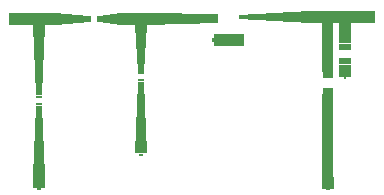
<source format=gbr>
G04 ===== Begin FILE IDENTIFICATION =====*
G04 File Format:  Gerber RS274X*
G04 ===== End FILE IDENTIFICATION =====*
%FSLAX24Y24*%
%MOMM*%
%SFA1.0000B1.0000*%
%OFA0.0B0.0*%
%ADD14R,0.202000X1.000000*%
%ADD15R,0.250000X0.530000*%
%ADD16R,1.000000X1.000000*%
%ADD17R,2.000000X1.000000*%
%ADD18R,0.530000X0.250000*%
%ADD19R,0.300000X0.150000*%
%ADD20C,0.015000*%
%ADD21R,1.000000X0.100000*%
%ADD22R,0.889000X0.584000*%
%ADD23R,0.290375X0.145188*%
%ADD24R,0.500000X1.000000*%
%ADD25R,1.000000X0.050000*%
%ADD26R,0.990000X0.622000*%
%ADD27R,2.500000X1.000000*%
%ADD28R,0.150000X0.300000*%
%ADD29C,0.000025*%
%LNcond*%
%IPPOS*%
%LPD*%
G75*
G36*
G01X348504Y-6727D02*
G01Y-16727D01*
G01X338504D01*
G01Y-6727D01*
G01X348504D01*
G37*
G36*
G01X180450Y-8400D02*
G01Y-18400D01*
G01X190450D01*
G01Y-8400D01*
G01X180450D01*
G37*
D14*
X179440Y-13400D03*
G36*
G01X168430Y-18400D02*
G01Y-8400D01*
G01X150030Y-10750D01*
G01Y-16050D01*
G01X168430Y-18400D01*
G37*
D15*
X142680Y-13400D03*
X148780D03*
G36*
G01X113930Y-8400D02*
G01Y-18400D01*
G01X141430Y-16050D01*
G01Y-10750D01*
G01X113930Y-8400D01*
G37*
D16*
X108930Y-13400D03*
G36*
G01X93930Y-8400D02*
G01Y-18400D01*
G01X103930D01*
G01Y-8400D01*
G01X93930D01*
G37*
D17*
X83930Y-13400D03*
G36*
G01X103930Y-18400D02*
G01X93930D01*
G01X96280Y-78400D01*
G01X101580D01*
G01X103930Y-18400D01*
G37*
D18*
X98930Y-79650D03*
Y-85750D03*
G36*
G01X93930Y-147000D02*
G01X103930D01*
G01X101580Y-87000D01*
G01X96280D01*
G01X93930Y-147000D01*
G37*
D16*
X98930Y-152000D03*
D19*
Y-157750D03*
D20*
Y-157000D03*
G36*
G01X190450Y-18400D02*
G01X180450D01*
G01X182800Y-58400D01*
G01X188100D01*
G01X190450Y-18400D01*
G37*
D18*
X185450Y-59650D03*
Y-65750D03*
G36*
G01X180450Y-127000D02*
G01X190450D01*
G01X188100Y-67000D01*
G01X182800D01*
G01X180450Y-127000D01*
G37*
D21*
X185450Y-127500D03*
D19*
Y-128750D03*
D20*
Y-128000D03*
D16*
X343504Y-152277D03*
G36*
G01X348504Y-147277D02*
G01X338504D01*
G01X339059Y-77277D01*
G01X347949D01*
G01X348504Y-147277D01*
G37*
D22*
X343504Y-61147D03*
Y-74357D03*
G36*
G01X353504Y-16727D02*
G01X363504D01*
G01X363454Y-34227D01*
G01X353554D01*
G01X353504Y-16727D01*
G37*
D23*
X358504Y-63989D03*
D20*
Y-63263D03*
D24*
X351004Y-11727D03*
D25*
X358455Y-63013D03*
D16*
X173430Y-13400D03*
D26*
X358504Y-37337D03*
Y-49653D03*
G36*
G01X363504Y-6727D02*
G01Y-16727D01*
G01X353504D01*
G01Y-6727D01*
G01X363504D01*
G37*
G36*
G01X363504Y-62763D02*
G01X353504D01*
G01X353554Y-52763D01*
G01X363454D01*
G01X363504Y-62763D01*
G37*
D19*
X343504Y-158027D03*
D20*
Y-157277D03*
G36*
G01X338504Y-16727D02*
G01X348504D01*
G01X347949Y-58227D01*
G01X339059D01*
G01X338504Y-16727D01*
G37*
D16*
X333504Y-11727D03*
G36*
G01X328504Y-6727D02*
G01Y-16727D01*
G01X268504Y-13527D01*
G01Y-9927D01*
G01X328504Y-6727D01*
G37*
D27*
X259761Y-31656D03*
D28*
X246511D03*
D20*
X247261D03*
G36*
G01X190450Y-18400D02*
G01Y-8400D01*
G01X250450Y-9600D01*
G01Y-17200D01*
G01X190450Y-18400D01*
G37*
D17*
X373504Y-11727D03*
D29*
G01X358455Y-62763D02*
G01Y-63263D01*
G01X328504Y-11727D02*
G01X328503D01*
G01Y-11794D01*
G01X328504D01*
G01X358455Y-63263D02*
G01X358504D01*
G01X358455Y-62763D02*
G01X358504D01*
M02*


</source>
